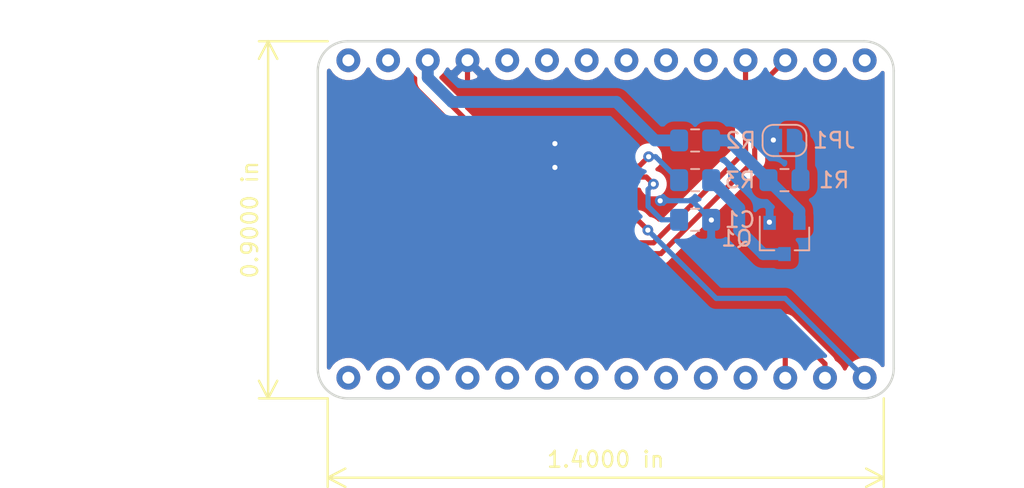
<source format=kicad_pcb>
(kicad_pcb (version 20171130) (host pcbnew 5.1.5-52549c5~84~ubuntu18.04.1)

  (general
    (thickness 1.6)
    (drawings 27)
    (tracks 88)
    (zones 0)
    (modules 8)
    (nets 37)
  )

  (page USLetter)
  (title_block
    (title "Project Title")
  )

  (layers
    (0 F.Cu signal)
    (31 B.Cu signal)
    (34 B.Paste user)
    (35 F.Paste user)
    (36 B.SilkS user)
    (37 F.SilkS user)
    (38 B.Mask user)
    (39 F.Mask user)
    (44 Edge.Cuts user)
    (46 B.CrtYd user)
    (47 F.CrtYd user)
    (48 B.Fab user)
    (49 F.Fab user hide)
  )

  (setup
    (last_trace_width 0.254)
    (user_trace_width 0.1524)
    (user_trace_width 0.254)
    (user_trace_width 0.3302)
    (user_trace_width 0.508)
    (user_trace_width 0.762)
    (user_trace_width 1.27)
    (trace_clearance 0.254)
    (zone_clearance 0.508)
    (zone_45_only no)
    (trace_min 0.1524)
    (via_size 0.6858)
    (via_drill 0.3302)
    (via_min_size 0.6858)
    (via_min_drill 0.3302)
    (user_via 0.6858 0.3302)
    (user_via 0.762 0.4064)
    (user_via 0.8636 0.508)
    (uvia_size 0.6858)
    (uvia_drill 0.3302)
    (uvias_allowed no)
    (uvia_min_size 0)
    (uvia_min_drill 0)
    (edge_width 0.1524)
    (segment_width 0.1524)
    (pcb_text_width 0.1524)
    (pcb_text_size 1.016 1.016)
    (mod_edge_width 0.1524)
    (mod_text_size 1.016 1.016)
    (mod_text_width 0.1524)
    (pad_size 1.524 1.524)
    (pad_drill 0.762)
    (pad_to_mask_clearance 0.0762)
    (solder_mask_min_width 0.1016)
    (pad_to_paste_clearance -0.0762)
    (aux_axis_origin 0 0)
    (visible_elements FFFFDF7D)
    (pcbplotparams
      (layerselection 0x310fc_80000001)
      (usegerberextensions true)
      (usegerberattributes false)
      (usegerberadvancedattributes false)
      (creategerberjobfile false)
      (excludeedgelayer true)
      (linewidth 0.100000)
      (plotframeref false)
      (viasonmask false)
      (mode 1)
      (useauxorigin false)
      (hpglpennumber 1)
      (hpglpenspeed 20)
      (hpglpendiameter 15.000000)
      (psnegative false)
      (psa4output false)
      (plotreference true)
      (plotvalue true)
      (plotinvisibletext false)
      (padsonsilk false)
      (subtractmaskfromsilk false)
      (outputformat 1)
      (mirror false)
      (drillshape 0)
      (scaleselection 1)
      (outputdirectory "gerbers"))
  )

  (net 0 "")
  (net 1 "Net-(C1-Pad1)")
  (net 2 GND)
  (net 3 VCC)
  (net 4 /BLK)
  (net 5 "Net-(Q1-Pad2)")
  (net 6 "Net-(Q1-Pad3)")
  (net 7 /LEDK)
  (net 8 "Net-(U1-Pad1)")
  (net 9 "Net-(U1-Pad2)")
  (net 10 "Net-(U1-Pad9)")
  (net 11 /A0)
  (net 12 /AREF)
  (net 13 /A1)
  (net 14 /A2)
  (net 15 /A3)
  (net 16 /A4)
  (net 17 /A5)
  (net 18 /D0)
  (net 19 /D2)
  (net 20 /A6)
  (net 21 /D4)
  (net 22 /D3)
  (net 23 /D5)
  (net 24 /D1)
  (net 25 /D6)
  (net 26 /D11-SDA)
  (net 27 /D14-TX)
  (net 28 /D7)
  (net 29 /5V)
  (net 30 /D12-SCL)
  (net 31 /RESET)
  (net 32 /D8-MOSI)
  (net 33 /D9-SCK)
  (net 34 /D10-MISO)
  (net 35 VIN)
  (net 36 /D13-RX)

  (net_class Default "This is the default net class."
    (clearance 0.254)
    (trace_width 0.254)
    (via_dia 0.6858)
    (via_drill 0.3302)
    (uvia_dia 0.6858)
    (uvia_drill 0.3302)
    (add_net /5V)
    (add_net /A0)
    (add_net /A1)
    (add_net /A2)
    (add_net /A3)
    (add_net /A4)
    (add_net /A5)
    (add_net /A6)
    (add_net /AREF)
    (add_net /BLK)
    (add_net /D0)
    (add_net /D1)
    (add_net /D10-MISO)
    (add_net /D11-SDA)
    (add_net /D12-SCL)
    (add_net /D13-RX)
    (add_net /D14-TX)
    (add_net /D2)
    (add_net /D3)
    (add_net /D4)
    (add_net /D5)
    (add_net /D6)
    (add_net /D7)
    (add_net /D8-MOSI)
    (add_net /D9-SCK)
    (add_net /LEDK)
    (add_net /RESET)
    (add_net GND)
    (add_net "Net-(C1-Pad1)")
    (add_net "Net-(Q1-Pad2)")
    (add_net "Net-(Q1-Pad3)")
    (add_net "Net-(U1-Pad1)")
    (add_net "Net-(U1-Pad2)")
    (add_net "Net-(U1-Pad9)")
    (add_net VCC)
    (add_net VIN)
  )

  (module Capacitor_SMD:C_0805_2012Metric_Pad1.15x1.40mm_HandSolder (layer B.Cu) (tedit 5B36C52B) (tstamp 5DAD40B2)
    (at 149.225 96.52)
    (descr "Capacitor SMD 0805 (2012 Metric), square (rectangular) end terminal, IPC_7351 nominal with elongated pad for handsoldering. (Body size source: https://docs.google.com/spreadsheets/d/1BsfQQcO9C6DZCsRaXUlFlo91Tg2WpOkGARC1WS5S8t0/edit?usp=sharing), generated with kicad-footprint-generator")
    (tags "capacitor handsolder")
    (path /5CE8903B)
    (attr smd)
    (fp_text reference C1 (at 2.8702 0) (layer B.SilkS)
      (effects (font (size 1 1) (thickness 0.15)) (justify mirror))
    )
    (fp_text value 1uF (at 0 -1.65) (layer B.Fab) hide
      (effects (font (size 1 1) (thickness 0.15)) (justify mirror))
    )
    (fp_line (start -1 -0.6) (end -1 0.6) (layer B.Fab) (width 0.1))
    (fp_line (start -1 0.6) (end 1 0.6) (layer B.Fab) (width 0.1))
    (fp_line (start 1 0.6) (end 1 -0.6) (layer B.Fab) (width 0.1))
    (fp_line (start 1 -0.6) (end -1 -0.6) (layer B.Fab) (width 0.1))
    (fp_line (start -0.261252 0.71) (end 0.261252 0.71) (layer B.SilkS) (width 0.12))
    (fp_line (start -0.261252 -0.71) (end 0.261252 -0.71) (layer B.SilkS) (width 0.12))
    (fp_line (start -1.85 -0.95) (end -1.85 0.95) (layer B.CrtYd) (width 0.05))
    (fp_line (start -1.85 0.95) (end 1.85 0.95) (layer B.CrtYd) (width 0.05))
    (fp_line (start 1.85 0.95) (end 1.85 -0.95) (layer B.CrtYd) (width 0.05))
    (fp_line (start 1.85 -0.95) (end -1.85 -0.95) (layer B.CrtYd) (width 0.05))
    (fp_text user %R (at 0 0) (layer B.Fab) hide
      (effects (font (size 0.5 0.5) (thickness 0.08)) (justify mirror))
    )
    (pad 1 smd roundrect (at -1.025 0) (size 1.15 1.4) (layers B.Cu B.Paste B.Mask) (roundrect_rratio 0.217391)
      (net 1 "Net-(C1-Pad1)"))
    (pad 2 smd roundrect (at 1.025 0) (size 1.15 1.4) (layers B.Cu B.Paste B.Mask) (roundrect_rratio 0.217391)
      (net 2 GND))
    (model ${KISYS3DMOD}/Capacitor_SMD.3dshapes/C_0805_2012Metric.wrl
      (at (xyz 0 0 0))
      (scale (xyz 1 1 1))
      (rotate (xyz 0 0 0))
    )
  )

  (module Arduino:MKR-1000-1010 (layer F.Cu) (tedit 5DACDA37) (tstamp 5DAD3055)
    (at 143.560001 96.469999 90)
    (path /5DC4D595)
    (fp_text reference J1 (at 0 -40.64 90) (layer F.Fab)
      (effects (font (size 1 1) (thickness 0.15)))
    )
    (fp_text value MKR-1000_1010 (at 0 32.385 90) (layer F.Fab)
      (effects (font (size 1 1) (thickness 0.15)))
    )
    (fp_line (start -12.5 24.13) (end -12.5 -37.37) (layer F.Fab) (width 0.12))
    (fp_line (start -12.5 24.13) (end 12.5 24.13) (layer F.Fab) (width 0.12))
    (fp_line (start -12.5 -37.37) (end 12.5 -37.37) (layer F.Fab) (width 0.12))
    (fp_line (start 12.5 24.13) (end 12.5 -37.37) (layer F.Fab) (width 0.12))
    (fp_poly (pts (xy -6.35 26.67) (xy 6.35 26.67) (xy 6.35 6.35) (xy -6.35 6.35)) (layer F.Fab) (width 0.1))
    (fp_poly (pts (xy -3.175 -38.735) (xy -3.175 -36.195) (xy 3.175 -36.195) (xy 3.175 -38.735)) (layer F.Fab) (width 0.1))
    (fp_poly (pts (xy -13.97 -25.4) (xy -11.43 -25.4) (xy -11.43 -31.75) (xy -13.97 -31.75)) (layer F.Fab) (width 0.1))
    (fp_poly (pts (xy 11.43 -25.4) (xy 13.97 -25.4) (xy 13.97 -31.75) (xy 11.43 -31.75)) (layer F.Fab) (width 0.1))
    (pad 2 thru_hole circle (at -10.16 -13.97 180) (size 1.524 1.524) (drill 0.762) (layers *.Cu *.Mask)
      (net 11 /A0))
    (pad 1 thru_hole circle (at -10.16 -16.51 180) (size 1.524 1.524) (drill 0.762) (layers *.Cu *.Mask)
      (net 12 /AREF))
    (pad 3 thru_hole circle (at -10.16 -11.43 180) (size 1.524 1.524) (drill 0.762) (layers *.Cu *.Mask)
      (net 13 /A1))
    (pad 4 thru_hole circle (at -10.16 -8.89 180) (size 1.524 1.524) (drill 0.762) (layers *.Cu *.Mask)
      (net 14 /A2))
    (pad 5 thru_hole circle (at -10.16 -6.35 180) (size 1.524 1.524) (drill 0.762) (layers *.Cu *.Mask)
      (net 15 /A3))
    (pad 6 thru_hole circle (at -10.16 -3.81 270) (size 1.524 1.524) (drill 0.762) (layers *.Cu *.Mask)
      (net 16 /A4))
    (pad 7 thru_hole circle (at -10.16 -1.27 180) (size 1.524 1.524) (drill 0.762) (layers *.Cu *.Mask)
      (net 17 /A5))
    (pad 9 thru_hole circle (at -10.16 3.81 180) (size 1.524 1.524) (drill 0.762) (layers *.Cu *.Mask)
      (net 18 /D0))
    (pad 11 thru_hole circle (at -10.16 8.89 180) (size 1.524 1.524) (drill 0.762) (layers *.Cu *.Mask)
      (net 19 /D2))
    (pad 8 thru_hole circle (at -10.16 1.27 180) (size 1.524 1.524) (drill 0.762) (layers *.Cu *.Mask)
      (net 20 /A6))
    (pad 13 thru_hole circle (at -10.16 13.97 270) (size 1.524 1.524) (drill 0.762) (layers *.Cu *.Mask)
      (net 21 /D4))
    (pad 12 thru_hole circle (at -10.16 11.43 180) (size 1.524 1.524) (drill 0.762) (layers *.Cu *.Mask)
      (net 22 /D3))
    (pad 14 thru_hole circle (at -10.16 16.51 180) (size 1.524 1.524) (drill 0.762) (layers *.Cu *.Mask)
      (net 23 /D5))
    (pad 10 thru_hole circle (at -10.16 6.35 180) (size 1.524 1.524) (drill 0.762) (layers *.Cu *.Mask)
      (net 24 /D1))
    (pad 15 thru_hole circle (at 10.16 16.51 180) (size 1.524 1.524) (drill 0.762) (layers *.Cu *.Mask)
      (net 25 /D6))
    (pad 20 thru_hole circle (at 10.16 3.81 180) (size 1.524 1.524) (drill 0.762) (layers *.Cu *.Mask)
      (net 26 /D11-SDA))
    (pad 23 thru_hole circle (at 10.16 -3.81 270) (size 1.524 1.524) (drill 0.762) (layers *.Cu *.Mask)
      (net 27 /D14-TX))
    (pad 16 thru_hole circle (at 10.16 13.97 270) (size 1.524 1.524) (drill 0.762) (layers *.Cu *.Mask)
      (net 28 /D7))
    (pad 28 thru_hole circle (at 10.16 -16.51 180) (size 1.524 1.524) (drill 0.762) (layers *.Cu *.Mask)
      (net 29 /5V))
    (pad 21 thru_hole circle (at 10.16 1.27 180) (size 1.524 1.524) (drill 0.762) (layers *.Cu *.Mask)
      (net 30 /D12-SCL))
    (pad 26 thru_hole circle (at 10.16 -11.43 180) (size 1.524 1.524) (drill 0.762) (layers *.Cu *.Mask)
      (net 3 VCC))
    (pad 24 thru_hole circle (at 10.16 -6.35 180) (size 1.524 1.524) (drill 0.762) (layers *.Cu *.Mask)
      (net 31 /RESET))
    (pad 17 thru_hole circle (at 10.16 11.43 180) (size 1.524 1.524) (drill 0.762) (layers *.Cu *.Mask)
      (net 32 /D8-MOSI))
    (pad 18 thru_hole circle (at 10.16 8.89 180) (size 1.524 1.524) (drill 0.762) (layers *.Cu *.Mask)
      (net 33 /D9-SCK))
    (pad 19 thru_hole circle (at 10.16 6.35 180) (size 1.524 1.524) (drill 0.762) (layers *.Cu *.Mask)
      (net 34 /D10-MISO))
    (pad 25 thru_hole circle (at 10.16 -8.89 180) (size 1.524 1.524) (drill 0.762) (layers *.Cu *.Mask)
      (net 2 GND))
    (pad 27 thru_hole circle (at 10.16 -13.97 180) (size 1.524 1.524) (drill 0.762) (layers *.Cu *.Mask)
      (net 35 VIN))
    (pad 22 thru_hole circle (at 10.16 -1.27 180) (size 1.524 1.524) (drill 0.762) (layers *.Cu *.Mask)
      (net 36 /D13-RX))
  )

  (module Jumper:SolderJumper-2_P1.3mm_Open_RoundedPad1.0x1.5mm (layer B.Cu) (tedit 5B391E66) (tstamp 5DAD418F)
    (at 154.94 91.44 180)
    (descr "SMD Solder Jumper, 1x1.5mm, rounded Pads, 0.3mm gap, open")
    (tags "solder jumper open")
    (path /5DB34C51)
    (attr virtual)
    (fp_text reference JP1 (at -3.175 0) (layer B.SilkS)
      (effects (font (size 1 1) (thickness 0.15)) (justify mirror))
    )
    (fp_text value BLK_GND (at 0 -1.9) (layer B.Fab) hide
      (effects (font (size 1 1) (thickness 0.15)) (justify mirror))
    )
    (fp_arc (start 0.7 0.3) (end 1.4 0.3) (angle 90) (layer B.SilkS) (width 0.12))
    (fp_arc (start 0.7 -0.3) (end 0.7 -1) (angle 90) (layer B.SilkS) (width 0.12))
    (fp_arc (start -0.7 -0.3) (end -1.4 -0.3) (angle 90) (layer B.SilkS) (width 0.12))
    (fp_arc (start -0.7 0.3) (end -0.7 1) (angle 90) (layer B.SilkS) (width 0.12))
    (fp_line (start -1.4 -0.3) (end -1.4 0.3) (layer B.SilkS) (width 0.12))
    (fp_line (start 0.7 -1) (end -0.7 -1) (layer B.SilkS) (width 0.12))
    (fp_line (start 1.4 0.3) (end 1.4 -0.3) (layer B.SilkS) (width 0.12))
    (fp_line (start -0.7 1) (end 0.7 1) (layer B.SilkS) (width 0.12))
    (fp_line (start -1.65 1.25) (end 1.65 1.25) (layer B.CrtYd) (width 0.05))
    (fp_line (start -1.65 1.25) (end -1.65 -1.25) (layer B.CrtYd) (width 0.05))
    (fp_line (start 1.65 -1.25) (end 1.65 1.25) (layer B.CrtYd) (width 0.05))
    (fp_line (start 1.65 -1.25) (end -1.65 -1.25) (layer B.CrtYd) (width 0.05))
    (pad 1 smd custom (at -0.65 0 180) (size 1 0.5) (layers B.Cu B.Mask)
      (net 4 /BLK) (zone_connect 2)
      (options (clearance outline) (anchor rect))
      (primitives
        (gr_circle (center 0 -0.25) (end 0.5 -0.25) (width 0))
        (gr_circle (center 0 0.25) (end 0.5 0.25) (width 0))
        (gr_poly (pts
           (xy 0 0.75) (xy 0.5 0.75) (xy 0.5 -0.75) (xy 0 -0.75)) (width 0))
      ))
    (pad 2 smd custom (at 0.65 0 180) (size 1 0.5) (layers B.Cu B.Mask)
      (net 2 GND) (zone_connect 2)
      (options (clearance outline) (anchor rect))
      (primitives
        (gr_circle (center 0 -0.25) (end 0.5 -0.25) (width 0))
        (gr_circle (center 0 0.25) (end 0.5 0.25) (width 0))
        (gr_poly (pts
           (xy 0 0.75) (xy -0.5 0.75) (xy -0.5 -0.75) (xy 0 -0.75)) (width 0))
      ))
  )

  (module Package_TO_SOT_SMD:SOT-23 (layer B.Cu) (tedit 5A02FF57) (tstamp 5DAD307C)
    (at 154.94 97.7138 270)
    (descr "SOT-23, Standard")
    (tags SOT-23)
    (path /5CE7D6CD)
    (attr smd)
    (fp_text reference Q1 (at 0 3.048 180) (layer B.SilkS)
      (effects (font (size 1 1) (thickness 0.15)) (justify mirror))
    )
    (fp_text value S8050 (at 0 -2.5 90) (layer B.Fab) hide
      (effects (font (size 1 1) (thickness 0.15)) (justify mirror))
    )
    (fp_text user %R (at 0 0 180) (layer B.Fab) hide
      (effects (font (size 0.5 0.5) (thickness 0.075)) (justify mirror))
    )
    (fp_line (start -0.7 0.95) (end -0.7 -1.5) (layer B.Fab) (width 0.1))
    (fp_line (start -0.15 1.52) (end 0.7 1.52) (layer B.Fab) (width 0.1))
    (fp_line (start -0.7 0.95) (end -0.15 1.52) (layer B.Fab) (width 0.1))
    (fp_line (start 0.7 1.52) (end 0.7 -1.52) (layer B.Fab) (width 0.1))
    (fp_line (start -0.7 -1.52) (end 0.7 -1.52) (layer B.Fab) (width 0.1))
    (fp_line (start 0.76 -1.58) (end 0.76 -0.65) (layer B.SilkS) (width 0.12))
    (fp_line (start 0.76 1.58) (end 0.76 0.65) (layer B.SilkS) (width 0.12))
    (fp_line (start -1.7 1.75) (end 1.7 1.75) (layer B.CrtYd) (width 0.05))
    (fp_line (start 1.7 1.75) (end 1.7 -1.75) (layer B.CrtYd) (width 0.05))
    (fp_line (start 1.7 -1.75) (end -1.7 -1.75) (layer B.CrtYd) (width 0.05))
    (fp_line (start -1.7 -1.75) (end -1.7 1.75) (layer B.CrtYd) (width 0.05))
    (fp_line (start 0.76 1.58) (end -1.4 1.58) (layer B.SilkS) (width 0.12))
    (fp_line (start 0.76 -1.58) (end -0.7 -1.58) (layer B.SilkS) (width 0.12))
    (pad 1 smd rect (at -1 0.95 270) (size 0.9 0.8) (layers B.Cu B.Paste B.Mask)
      (net 2 GND))
    (pad 2 smd rect (at -1 -0.95 270) (size 0.9 0.8) (layers B.Cu B.Paste B.Mask)
      (net 5 "Net-(Q1-Pad2)"))
    (pad 3 smd rect (at 1 0 270) (size 0.9 0.8) (layers B.Cu B.Paste B.Mask)
      (net 6 "Net-(Q1-Pad3)"))
    (model ${KISYS3DMOD}/Package_TO_SOT_SMD.3dshapes/SOT-23.wrl
      (at (xyz 0 0 0))
      (scale (xyz 1 1 1))
      (rotate (xyz 0 0 0))
    )
  )

  (module Resistor_SMD:R_0805_2012Metric_Pad1.15x1.40mm_HandSolder (layer B.Cu) (tedit 5B36C52B) (tstamp 5DAD308D)
    (at 154.94 93.98)
    (descr "Resistor SMD 0805 (2012 Metric), square (rectangular) end terminal, IPC_7351 nominal with elongated pad for handsoldering. (Body size source: https://docs.google.com/spreadsheets/d/1BsfQQcO9C6DZCsRaXUlFlo91Tg2WpOkGARC1WS5S8t0/edit?usp=sharing), generated with kicad-footprint-generator")
    (tags "resistor handsolder")
    (path /5CE7DDEC)
    (attr smd)
    (fp_text reference R1 (at 3.175 0) (layer B.SilkS)
      (effects (font (size 1 1) (thickness 0.15)) (justify mirror))
    )
    (fp_text value 1k (at 0 -1.65) (layer B.Fab) hide
      (effects (font (size 1 1) (thickness 0.15)) (justify mirror))
    )
    (fp_line (start -1 -0.6) (end -1 0.6) (layer B.Fab) (width 0.1))
    (fp_line (start -1 0.6) (end 1 0.6) (layer B.Fab) (width 0.1))
    (fp_line (start 1 0.6) (end 1 -0.6) (layer B.Fab) (width 0.1))
    (fp_line (start 1 -0.6) (end -1 -0.6) (layer B.Fab) (width 0.1))
    (fp_line (start -0.261252 0.71) (end 0.261252 0.71) (layer B.SilkS) (width 0.12))
    (fp_line (start -0.261252 -0.71) (end 0.261252 -0.71) (layer B.SilkS) (width 0.12))
    (fp_line (start -1.85 -0.95) (end -1.85 0.95) (layer B.CrtYd) (width 0.05))
    (fp_line (start -1.85 0.95) (end 1.85 0.95) (layer B.CrtYd) (width 0.05))
    (fp_line (start 1.85 0.95) (end 1.85 -0.95) (layer B.CrtYd) (width 0.05))
    (fp_line (start 1.85 -0.95) (end -1.85 -0.95) (layer B.CrtYd) (width 0.05))
    (fp_text user %R (at 0 0) (layer B.Fab) hide
      (effects (font (size 0.5 0.5) (thickness 0.08)) (justify mirror))
    )
    (pad 1 smd roundrect (at -1.025 0) (size 1.15 1.4) (layers B.Cu B.Paste B.Mask) (roundrect_rratio 0.217391)
      (net 5 "Net-(Q1-Pad2)"))
    (pad 2 smd roundrect (at 1.025 0) (size 1.15 1.4) (layers B.Cu B.Paste B.Mask) (roundrect_rratio 0.217391)
      (net 4 /BLK))
    (model ${KISYS3DMOD}/Resistor_SMD.3dshapes/R_0805_2012Metric.wrl
      (at (xyz 0 0 0))
      (scale (xyz 1 1 1))
      (rotate (xyz 0 0 0))
    )
  )

  (module Resistor_SMD:R_0805_2012Metric_Pad1.15x1.40mm_HandSolder (layer B.Cu) (tedit 5B36C52B) (tstamp 5DAD309E)
    (at 149.225 91.44 180)
    (descr "Resistor SMD 0805 (2012 Metric), square (rectangular) end terminal, IPC_7351 nominal with elongated pad for handsoldering. (Body size source: https://docs.google.com/spreadsheets/d/1BsfQQcO9C6DZCsRaXUlFlo91Tg2WpOkGARC1WS5S8t0/edit?usp=sharing), generated with kicad-footprint-generator")
    (tags "resistor handsolder")
    (path /5CE7FBA5)
    (attr smd)
    (fp_text reference R2 (at -2.921 0) (layer B.SilkS)
      (effects (font (size 1 1) (thickness 0.15)) (justify mirror))
    )
    (fp_text value 10k (at 0 -1.65) (layer B.Fab) hide
      (effects (font (size 1 1) (thickness 0.15)) (justify mirror))
    )
    (fp_text user %R (at 0 0) (layer B.Fab) hide
      (effects (font (size 0.5 0.5) (thickness 0.08)) (justify mirror))
    )
    (fp_line (start 1.85 -0.95) (end -1.85 -0.95) (layer B.CrtYd) (width 0.05))
    (fp_line (start 1.85 0.95) (end 1.85 -0.95) (layer B.CrtYd) (width 0.05))
    (fp_line (start -1.85 0.95) (end 1.85 0.95) (layer B.CrtYd) (width 0.05))
    (fp_line (start -1.85 -0.95) (end -1.85 0.95) (layer B.CrtYd) (width 0.05))
    (fp_line (start -0.261252 -0.71) (end 0.261252 -0.71) (layer B.SilkS) (width 0.12))
    (fp_line (start -0.261252 0.71) (end 0.261252 0.71) (layer B.SilkS) (width 0.12))
    (fp_line (start 1 -0.6) (end -1 -0.6) (layer B.Fab) (width 0.1))
    (fp_line (start 1 0.6) (end 1 -0.6) (layer B.Fab) (width 0.1))
    (fp_line (start -1 0.6) (end 1 0.6) (layer B.Fab) (width 0.1))
    (fp_line (start -1 -0.6) (end -1 0.6) (layer B.Fab) (width 0.1))
    (pad 2 smd roundrect (at 1.025 0 180) (size 1.15 1.4) (layers B.Cu B.Paste B.Mask) (roundrect_rratio 0.217391)
      (net 3 VCC))
    (pad 1 smd roundrect (at -1.025 0 180) (size 1.15 1.4) (layers B.Cu B.Paste B.Mask) (roundrect_rratio 0.217391)
      (net 5 "Net-(Q1-Pad2)"))
    (model ${KISYS3DMOD}/Resistor_SMD.3dshapes/R_0805_2012Metric.wrl
      (at (xyz 0 0 0))
      (scale (xyz 1 1 1))
      (rotate (xyz 0 0 0))
    )
  )

  (module Resistor_SMD:R_0805_2012Metric_Pad1.15x1.40mm_HandSolder (layer B.Cu) (tedit 5B36C52B) (tstamp 5DAD30AF)
    (at 149.225 93.98)
    (descr "Resistor SMD 0805 (2012 Metric), square (rectangular) end terminal, IPC_7351 nominal with elongated pad for handsoldering. (Body size source: https://docs.google.com/spreadsheets/d/1BsfQQcO9C6DZCsRaXUlFlo91Tg2WpOkGARC1WS5S8t0/edit?usp=sharing), generated with kicad-footprint-generator")
    (tags "resistor handsolder")
    (path /5CE7E014)
    (attr smd)
    (fp_text reference R3 (at 2.8702 0) (layer B.SilkS)
      (effects (font (size 1 1) (thickness 0.15)) (justify mirror))
    )
    (fp_text value 10ohm (at 0 -1.65) (layer B.Fab) hide
      (effects (font (size 1 1) (thickness 0.15)) (justify mirror))
    )
    (fp_line (start -1 -0.6) (end -1 0.6) (layer B.Fab) (width 0.1))
    (fp_line (start -1 0.6) (end 1 0.6) (layer B.Fab) (width 0.1))
    (fp_line (start 1 0.6) (end 1 -0.6) (layer B.Fab) (width 0.1))
    (fp_line (start 1 -0.6) (end -1 -0.6) (layer B.Fab) (width 0.1))
    (fp_line (start -0.261252 0.71) (end 0.261252 0.71) (layer B.SilkS) (width 0.12))
    (fp_line (start -0.261252 -0.71) (end 0.261252 -0.71) (layer B.SilkS) (width 0.12))
    (fp_line (start -1.85 -0.95) (end -1.85 0.95) (layer B.CrtYd) (width 0.05))
    (fp_line (start -1.85 0.95) (end 1.85 0.95) (layer B.CrtYd) (width 0.05))
    (fp_line (start 1.85 0.95) (end 1.85 -0.95) (layer B.CrtYd) (width 0.05))
    (fp_line (start 1.85 -0.95) (end -1.85 -0.95) (layer B.CrtYd) (width 0.05))
    (fp_text user %R (at 0 0) (layer B.Fab) hide
      (effects (font (size 0.5 0.5) (thickness 0.08)) (justify mirror))
    )
    (pad 1 smd roundrect (at -1.025 0) (size 1.15 1.4) (layers B.Cu B.Paste B.Mask) (roundrect_rratio 0.217391)
      (net 7 /LEDK))
    (pad 2 smd roundrect (at 1.025 0) (size 1.15 1.4) (layers B.Cu B.Paste B.Mask) (roundrect_rratio 0.217391)
      (net 6 "Net-(Q1-Pad3)"))
    (model ${KISYS3DMOD}/Resistor_SMD.3dshapes/R_0805_2012Metric.wrl
      (at (xyz 0 0 0))
      (scale (xyz 1 1 1))
      (rotate (xyz 0 0 0))
    )
  )

  (module tft-shield:TFT_0.96_SPI (layer F.Cu) (tedit 5D044D2A) (tstamp 5DAD30D4)
    (at 143.51 95.885 90)
    (path /5CE71487)
    (fp_text reference U1 (at 0 3.937 90) (layer F.Fab)
      (effects (font (size 1 1) (thickness 0.15)))
    )
    (fp_text value TFT_0.9680*160 (at 0 -5.969 90) (layer F.Fab)
      (effects (font (size 1 1) (thickness 0.15)))
    )
    (fp_arc (start -5.5245 6.096) (end -4.5085 6.096) (angle -90) (layer F.Fab) (width 0.12))
    (fp_arc (start -3.4925 12.2555) (end -4.5085 12.2555) (angle -90) (layer F.Fab) (width 0.12))
    (fp_arc (start 3.429 12.2555) (end 3.429 13.2715) (angle -90) (layer F.Fab) (width 0.12))
    (fp_arc (start 5.461 6.1595) (end 5.461 5.1435) (angle -90) (layer F.Fab) (width 0.12))
    (fp_arc (start 5.334 4.1275) (end 5.334 5.1435) (angle -90) (layer F.Fab) (width 0.12))
    (fp_arc (start 5.334 -0.635) (end 6.35 -0.635) (angle -90) (layer F.Fab) (width 0.12))
    (fp_arc (start -5.334 -0.635) (end -5.334 -1.651) (angle -90) (layer F.Fab) (width 0.12))
    (fp_arc (start -5.334 4.064) (end -6.35 4.064) (angle -90) (layer F.Fab) (width 0.12))
    (fp_line (start 6.35 4.1275) (end 6.35 -0.635) (layer F.Fab) (width 0.12))
    (fp_line (start 4.445 12.2555) (end 4.445 6.1595) (layer F.Fab) (width 0.12))
    (fp_line (start -3.4925 13.2715) (end 3.429 13.2715) (layer F.Fab) (width 0.12))
    (fp_line (start -4.5085 6.096) (end -4.5085 12.2555) (layer F.Fab) (width 0.12))
    (fp_line (start -6.35 -0.635) (end -6.35 4.064) (layer F.Fab) (width 0.12))
    (fp_line (start 5.334 -1.651) (end -5.334 -1.651) (layer F.Fab) (width 0.12))
    (fp_line (start 6.7755 13.6525) (end 6.7755 -15.0475) (layer F.Fab) (width 0.12))
    (fp_line (start 6.7755 13.6525) (end -6.7945 13.6525) (layer F.Fab) (width 0.12))
    (fp_line (start -6.7945 -15.0495) (end 6.7755 -15.0495) (layer F.Fab) (width 0.12))
    (fp_line (start -6.7945 -15.0495) (end -6.7945 13.6505) (layer F.Fab) (width 0.12))
    (fp_text user 1 (at -4.7625 2.0955 90) (layer F.Fab)
      (effects (font (size 0.8 0.8) (thickness 0.15)))
    )
    (fp_text user 13 (at 5.1435 2.0955 90) (layer F.Fab)
      (effects (font (size 0.8 0.8) (thickness 0.15)))
    )
    (pad 10 smd rect (at 2.1 0 90) (size 0.4 2.4) (layers F.Cu F.Paste F.Mask)
      (net 1 "Net-(C1-Pad1)"))
    (pad 12 smd rect (at 3.5 0 90) (size 0.4 2.4) (layers F.Cu F.Paste F.Mask)
      (net 3 VCC))
    (pad 9 smd rect (at 1.4 0 90) (size 0.4 2.4) (layers F.Cu F.Paste F.Mask)
      (net 10 "Net-(U1-Pad9)"))
    (pad 8 smd rect (at 0.7 0 90) (size 0.4 2.4) (layers F.Cu F.Paste F.Mask)
      (net 2 GND))
    (pad 11 smd rect (at 2.8 0 90) (size 0.4 2.4) (layers F.Cu F.Paste F.Mask)
      (net 7 /LEDK))
    (pad 6 smd rect (at -0.7 0 90) (size 0.4 2.4) (layers F.Cu F.Paste F.Mask)
      (net 23 /D5))
    (pad 5 smd rect (at -1.4 0 90) (size 0.4 2.4) (layers F.Cu F.Paste F.Mask)
      (net 21 /D4))
    (pad 4 smd rect (at -2.1 0 90) (size 0.4 2.4) (layers F.Cu F.Paste F.Mask)
      (net 33 /D9-SCK))
    (pad 3 smd rect (at -2.8 0 90) (size 0.4 2.4) (layers F.Cu F.Paste F.Mask)
      (net 32 /D8-MOSI))
    (pad 7 smd rect (at 0 0 90) (size 0.4 2.4) (layers F.Cu F.Paste F.Mask)
      (net 22 /D3))
    (pad 2 smd rect (at -3.5 0 90) (size 0.4 2.4) (layers F.Cu F.Paste F.Mask)
      (net 9 "Net-(U1-Pad2)"))
    (pad 13 smd rect (at 4.2 0 90) (size 0.4 2.4) (layers F.Cu F.Paste F.Mask)
      (net 2 GND))
    (pad 1 smd rect (at -4.2 0 90) (size 0.4 2.4) (layers F.Cu F.Paste F.Mask)
      (net 8 "Net-(U1-Pad1)"))
    (model "${KISYS3DMOD}/Display.3dshapes/0.96 - IPS LCD - No Glass - Reverse Mount.stp"
      (offset (xyz 0 1.38 2.25))
      (scale (xyz 1 1 1))
      (rotate (xyz 0 0 -90))
    )
  )

  (dimension 22.86 (width 0.1524) (layer F.SilkS)
    (gr_text "22.860 mm" (at 120.5992 96.52 90) (layer F.SilkS)
      (effects (font (size 1.016 1.016) (thickness 0.1524)))
    )
    (feature1 (pts (xy 125.73 85.09) (xy 121.333579 85.09)))
    (feature2 (pts (xy 125.73 107.95) (xy 121.333579 107.95)))
    (crossbar (pts (xy 121.92 107.95) (xy 121.92 85.09)))
    (arrow1a (pts (xy 121.92 85.09) (xy 122.506421 86.216504)))
    (arrow1b (pts (xy 121.92 85.09) (xy 121.333579 86.216504)))
    (arrow2a (pts (xy 121.92 107.95) (xy 122.506421 106.823496)))
    (arrow2b (pts (xy 121.92 107.95) (xy 121.333579 106.823496)))
  )
  (dimension 35.56 (width 0.1524) (layer F.SilkS)
    (gr_text "35.560 mm" (at 143.51 114.3508) (layer F.SilkS)
      (effects (font (size 1.016 1.016) (thickness 0.1524)))
    )
    (feature1 (pts (xy 125.73 107.95) (xy 125.73 113.616421)))
    (feature2 (pts (xy 161.29 107.95) (xy 161.29 113.616421)))
    (crossbar (pts (xy 161.29 113.03) (xy 125.73 113.03)))
    (arrow1a (pts (xy 125.73 113.03) (xy 126.856504 112.443579)))
    (arrow1b (pts (xy 125.73 113.03) (xy 126.856504 113.616421)))
    (arrow2a (pts (xy 161.29 113.03) (xy 160.163496 112.443579)))
    (arrow2b (pts (xy 161.29 113.03) (xy 160.163496 113.616421)))
  )
  (gr_arc (start 160.02 106.045) (end 160.02 107.95) (angle -90) (layer Edge.Cuts) (width 0.1524) (tstamp 5DAD39A6))
  (gr_arc (start 127 106.045) (end 125.095 106.045) (angle -90) (layer Edge.Cuts) (width 0.1524) (tstamp 5DAD39A3))
  (gr_arc (start 127 86.995) (end 127 85.09) (angle -90) (layer Edge.Cuts) (width 0.1524) (tstamp 5DAD39A0))
  (gr_arc (start 160.02 86.995) (end 161.925 86.995) (angle -90) (layer Edge.Cuts) (width 0.1524))
  (gr_line (start 161.925 86.995) (end 161.925 106.045) (layer Edge.Cuts) (width 0.1524) (tstamp 5DAD3913))
  (gr_line (start 127 85.09) (end 160.02 85.09) (layer Edge.Cuts) (width 0.1524))
  (gr_line (start 125.095 106.045) (end 125.095 86.995) (layer Edge.Cuts) (width 0.1524))
  (gr_line (start 160.02 107.95) (end 127 107.95) (layer Edge.Cuts) (width 0.1524))
  (gr_circle (center 117.348 76.962) (end 118.618 76.962) (layer Dwgs.User) (width 0.15))
  (gr_line (start 114.427 78.994) (end 114.427 74.93) (angle 90) (layer Dwgs.User) (width 0.15))
  (gr_line (start 120.269 78.994) (end 114.427 78.994) (angle 90) (layer Dwgs.User) (width 0.15))
  (gr_line (start 120.269 74.93) (end 120.269 78.994) (angle 90) (layer Dwgs.User) (width 0.15))
  (gr_line (start 114.427 74.93) (end 120.269 74.93) (angle 90) (layer Dwgs.User) (width 0.15))
  (gr_line (start 120.523 93.98) (end 104.648 93.98) (angle 90) (layer Dwgs.User) (width 0.15))
  (gr_line (start 173.355 102.235) (end 173.355 94.615) (angle 90) (layer Dwgs.User) (width 0.15))
  (gr_line (start 178.435 102.235) (end 173.355 102.235) (angle 90) (layer Dwgs.User) (width 0.15))
  (gr_line (start 178.435 94.615) (end 178.435 102.235) (angle 90) (layer Dwgs.User) (width 0.15))
  (gr_line (start 173.355 94.615) (end 178.435 94.615) (angle 90) (layer Dwgs.User) (width 0.15))
  (gr_line (start 109.093 123.19) (end 109.093 114.3) (angle 90) (layer Dwgs.User) (width 0.15))
  (gr_line (start 122.428 123.19) (end 109.093 123.19) (angle 90) (layer Dwgs.User) (width 0.15))
  (gr_line (start 122.428 114.3) (end 122.428 123.19) (angle 90) (layer Dwgs.User) (width 0.15))
  (gr_line (start 109.093 114.3) (end 122.428 114.3) (angle 90) (layer Dwgs.User) (width 0.15))
  (gr_line (start 104.648 93.98) (end 104.648 82.55) (angle 90) (layer Dwgs.User) (width 0.15))
  (gr_line (start 120.523 82.55) (end 120.523 93.98) (angle 90) (layer Dwgs.User) (width 0.15))
  (gr_line (start 104.648 82.55) (end 120.523 82.55) (angle 90) (layer Dwgs.User) (width 0.15))

  (via (at 146.558002 94.234) (size 0.6858) (drill 0.3302) (layers F.Cu B.Cu) (net 1))
  (segment (start 143.51 93.785) (end 146.109002 93.785) (width 0.3302) (layer F.Cu) (net 1))
  (segment (start 146.215103 95.653865) (end 146.215103 94.576899) (width 0.3302) (layer B.Cu) (net 1))
  (segment (start 146.215103 94.576899) (end 146.558002 94.234) (width 0.3302) (layer B.Cu) (net 1))
  (segment (start 147.081238 96.52) (end 146.215103 95.653865) (width 0.3302) (layer B.Cu) (net 1))
  (segment (start 148.2 96.52) (end 147.081238 96.52) (width 0.3302) (layer B.Cu) (net 1))
  (segment (start 146.215103 93.891101) (end 146.558002 94.234) (width 0.3302) (layer F.Cu) (net 1))
  (segment (start 146.109002 93.785) (end 146.215103 93.891101) (width 0.3302) (layer F.Cu) (net 1))
  (via (at 153.9748 96.6724) (size 0.6858) (drill 0.3302) (layers F.Cu B.Cu) (net 2))
  (via (at 154.2288 91.4146) (size 0.6858) (drill 0.3302) (layers F.Cu B.Cu) (net 2))
  (via (at 140.2588 93.167211) (size 0.6858) (drill 0.3302) (layers F.Cu B.Cu) (net 2))
  (segment (start 140.2588 91.6432) (end 140.2588 93.167211) (width 0.3302) (layer B.Cu) (net 2))
  (segment (start 143.51 95.185) (end 141.9798 95.185) (width 0.3302) (layer F.Cu) (net 2))
  (via (at 140.2588 91.6432) (size 0.6858) (drill 0.3302) (layers F.Cu B.Cu) (net 2))
  (segment (start 141.9798 95.185) (end 140.2588 93.464) (width 0.3302) (layer F.Cu) (net 2))
  (segment (start 140.2588 93.464) (end 140.2588 93.167211) (width 0.3302) (layer F.Cu) (net 2))
  (segment (start 143.4682 91.6432) (end 143.51 91.685) (width 0.3302) (layer F.Cu) (net 2))
  (segment (start 140.2588 91.6432) (end 143.4682 91.6432) (width 0.3302) (layer F.Cu) (net 2))
  (segment (start 146.874 95.185) (end 146.9898 95.3008) (width 0.3302) (layer F.Cu) (net 2))
  (segment (start 143.51 95.185) (end 146.874 95.185) (width 0.3302) (layer F.Cu) (net 2))
  (via (at 146.9898 95.3008) (size 0.6858) (drill 0.3302) (layers F.Cu B.Cu) (net 2))
  (segment (start 146.9898 95.3008) (end 149.0308 95.3008) (width 0.3302) (layer B.Cu) (net 2))
  (segment (start 149.0308 95.3008) (end 149.920724 96.190724) (width 0.3302) (layer B.Cu) (net 2))
  (segment (start 149.920724 96.190724) (end 150.263623 96.533623) (width 0.3302) (layer B.Cu) (net 2))
  (segment (start 150.25 96.52) (end 150.263623 96.533623) (width 0.3302) (layer B.Cu) (net 2))
  (via (at 150.263623 96.533623) (size 0.6858) (drill 0.3302) (layers F.Cu B.Cu) (net 2))
  (segment (start 134.670001 89.331001) (end 134.670001 86.309999) (width 0.3302) (layer F.Cu) (net 2))
  (segment (start 140.2588 91.6432) (end 136.9822 91.6432) (width 0.3302) (layer F.Cu) (net 2))
  (segment (start 136.9822 91.6432) (end 134.670001 89.331001) (width 0.3302) (layer F.Cu) (net 2))
  (segment (start 132.130001 87.680001) (end 132.130001 86.309999) (width 0.3302) (layer F.Cu) (net 3))
  (segment (start 141.959599 92.405201) (end 136.855201 92.405201) (width 0.3302) (layer F.Cu) (net 3))
  (segment (start 136.855201 92.405201) (end 132.130001 87.680001) (width 0.3302) (layer F.Cu) (net 3))
  (segment (start 143.51 92.385) (end 141.9798 92.385) (width 0.3302) (layer F.Cu) (net 3))
  (segment (start 141.9798 92.385) (end 141.959599 92.405201) (width 0.3302) (layer F.Cu) (net 3))
  (segment (start 132.130001 87.426001) (end 132.130001 86.309999) (width 0.762) (layer B.Cu) (net 3))
  (segment (start 144.1958 88.9762) (end 133.6802 88.9762) (width 0.762) (layer B.Cu) (net 3))
  (segment (start 148.2 91.44) (end 146.6596 91.44) (width 0.762) (layer B.Cu) (net 3))
  (segment (start 133.6802 88.9762) (end 132.130001 87.426001) (width 0.762) (layer B.Cu) (net 3))
  (segment (start 146.6596 91.44) (end 144.1958 88.9762) (width 0.762) (layer B.Cu) (net 3))
  (segment (start 156.0068 93.9382) (end 155.965 93.98) (width 0.762) (layer B.Cu) (net 4))
  (segment (start 155.59 91.44) (end 156.0068 91.8568) (width 0.762) (layer B.Cu) (net 4))
  (segment (start 156.0068 91.8568) (end 156.0068 93.9382) (width 0.762) (layer B.Cu) (net 4))
  (segment (start 151.375 91.44) (end 153.915 93.98) (width 0.762) (layer B.Cu) (net 5))
  (segment (start 150.25 91.44) (end 151.375 91.44) (width 0.762) (layer B.Cu) (net 5))
  (segment (start 155.89 95.955) (end 153.915 93.98) (width 0.762) (layer B.Cu) (net 5))
  (segment (start 155.89 96.7138) (end 155.89 95.955) (width 0.762) (layer B.Cu) (net 5))
  (segment (start 153.5778 98.7138) (end 154.94 98.7138) (width 0.762) (layer B.Cu) (net 6))
  (segment (start 152.0444 97.1804) (end 153.5778 98.7138) (width 0.762) (layer B.Cu) (net 6))
  (segment (start 150.25 93.98) (end 152.0444 95.7744) (width 0.762) (layer B.Cu) (net 6))
  (segment (start 152.0444 95.7744) (end 152.0444 97.1804) (width 0.762) (layer B.Cu) (net 6))
  (via (at 146.2532 92.4814) (size 0.6858) (drill 0.3302) (layers F.Cu B.Cu) (net 7))
  (segment (start 145.6496 93.085) (end 145.910301 92.824299) (width 0.3302) (layer F.Cu) (net 7))
  (segment (start 145.910301 92.824299) (end 146.2532 92.4814) (width 0.3302) (layer F.Cu) (net 7))
  (segment (start 143.51 93.085) (end 145.6496 93.085) (width 0.3302) (layer F.Cu) (net 7))
  (segment (start 146.7014 92.4814) (end 146.2532 92.4814) (width 0.3302) (layer B.Cu) (net 7))
  (segment (start 148.2 93.98) (end 146.7014 92.4814) (width 0.3302) (layer B.Cu) (net 7))
  (segment (start 157.530001 105.739401) (end 157.530001 106.629999) (width 0.3302) (layer F.Cu) (net 21))
  (segment (start 141.9798 97.285) (end 140.7668 98.498) (width 0.3302) (layer F.Cu) (net 21))
  (segment (start 143.51 97.285) (end 141.9798 97.285) (width 0.3302) (layer F.Cu) (net 21))
  (segment (start 140.7668 98.498) (end 140.7668 100.3808) (width 0.3302) (layer F.Cu) (net 21))
  (segment (start 140.7668 100.3808) (end 143.6116 103.2256) (width 0.3302) (layer F.Cu) (net 21))
  (segment (start 143.6116 103.2256) (end 155.0162 103.2256) (width 0.3302) (layer F.Cu) (net 21))
  (segment (start 155.0162 103.2256) (end 157.530001 105.739401) (width 0.3302) (layer F.Cu) (net 21))
  (segment (start 141.224 95.885) (end 143.51 95.885) (width 0.3302) (layer F.Cu) (net 22))
  (segment (start 154.990001 106.629999) (end 154.990001 104.926601) (width 0.3302) (layer F.Cu) (net 22))
  (segment (start 154.990001 104.926601) (end 154.051 103.9876) (width 0.3302) (layer F.Cu) (net 22))
  (segment (start 154.051 103.9876) (end 143.2052 103.9876) (width 0.3302) (layer F.Cu) (net 22))
  (segment (start 143.2052 103.9876) (end 139.9286 100.711) (width 0.3302) (layer F.Cu) (net 22))
  (segment (start 139.9286 100.711) (end 139.9286 97.1804) (width 0.3302) (layer F.Cu) (net 22))
  (segment (start 139.9286 97.1804) (end 141.224 95.885) (width 0.3302) (layer F.Cu) (net 22))
  (segment (start 143.51 96.585) (end 145.607 96.585) (width 0.3302) (layer F.Cu) (net 23))
  (segment (start 145.607 96.585) (end 145.859501 96.837501) (width 0.3302) (layer F.Cu) (net 23))
  (segment (start 160.070001 106.629999) (end 154.989202 101.5492) (width 0.3302) (layer B.Cu) (net 23))
  (segment (start 150.5712 101.5492) (end 146.545299 97.523299) (width 0.3302) (layer B.Cu) (net 23))
  (segment (start 154.989202 101.5492) (end 150.5712 101.5492) (width 0.3302) (layer B.Cu) (net 23))
  (via (at 146.2024 97.1804) (size 0.6858) (drill 0.3302) (layers F.Cu B.Cu) (net 23))
  (segment (start 146.545299 97.523299) (end 146.2024 97.1804) (width 0.3302) (layer B.Cu) (net 23))
  (segment (start 145.859501 96.837501) (end 146.2024 97.1804) (width 0.3302) (layer F.Cu) (net 23))
  (segment (start 145.0402 98.685) (end 143.51 98.685) (width 0.3302) (layer F.Cu) (net 32))
  (segment (start 147.0346 98.685) (end 145.0402 98.685) (width 0.3302) (layer F.Cu) (net 32))
  (segment (start 153.035 92.6846) (end 147.0346 98.685) (width 0.3302) (layer F.Cu) (net 32))
  (segment (start 154.990001 86.309999) (end 153.035 88.265) (width 0.3302) (layer F.Cu) (net 32))
  (segment (start 153.035 88.265) (end 153.035 92.6846) (width 0.3302) (layer F.Cu) (net 32))
  (segment (start 152.450001 92.111363) (end 146.568162 97.993202) (width 0.3302) (layer F.Cu) (net 33))
  (segment (start 145.0402 97.985) (end 143.51 97.985) (width 0.3302) (layer F.Cu) (net 33))
  (segment (start 146.568162 97.993202) (end 145.048402 97.993202) (width 0.3302) (layer F.Cu) (net 33))
  (segment (start 145.048402 97.993202) (end 145.0402 97.985) (width 0.3302) (layer F.Cu) (net 33))
  (segment (start 152.450001 86.309999) (end 152.450001 92.111363) (width 0.3302) (layer F.Cu) (net 33))

  (zone (net 2) (net_name GND) (layer F.Cu) (tstamp 0) (hatch edge 0.508)
    (connect_pads (clearance 0.508))
    (min_thickness 0.254)
    (fill yes (arc_segments 32) (thermal_gap 0.508) (thermal_bridge_width 0.508))
    (polygon
      (pts
        (xy 161.925 109.22) (xy 124.46 109.22) (xy 124.46 84.455) (xy 161.925 84.455)
      )
    )
    (filled_polygon
      (pts
        (xy 130.891996 86.971726) (xy 131.044881 87.200534) (xy 131.239466 87.395119) (xy 131.329901 87.455546) (xy 131.329901 87.640708)
        (xy 131.326031 87.680001) (xy 131.329901 87.719294) (xy 131.329901 87.719303) (xy 131.341478 87.836847) (xy 131.387229 87.987666)
        (xy 131.38723 87.987667) (xy 131.461524 88.126663) (xy 131.518027 88.195511) (xy 131.561508 88.248494) (xy 131.59204 88.273551)
        (xy 136.261656 92.943168) (xy 136.286708 92.973694) (xy 136.317234 92.998746) (xy 136.317236 92.998748) (xy 136.408538 93.073678)
        (xy 136.462609 93.102579) (xy 136.547535 93.147973) (xy 136.698354 93.193724) (xy 136.815898 93.205301) (xy 136.815908 93.205301)
        (xy 136.855201 93.209171) (xy 136.894494 93.205301) (xy 141.671928 93.205301) (xy 141.671928 93.285) (xy 141.684188 93.409482)
        (xy 141.691929 93.435) (xy 141.684188 93.460518) (xy 141.671928 93.585) (xy 141.671928 93.985) (xy 141.684188 94.109482)
        (xy 141.691929 94.135) (xy 141.684188 94.160518) (xy 141.671928 94.285) (xy 141.671928 94.685) (xy 141.684188 94.809482)
        (xy 141.691718 94.834306) (xy 141.685525 94.853979) (xy 141.675 94.95325) (xy 141.779748 95.057998) (xy 141.675 95.057998)
        (xy 141.675 95.0849) (xy 141.263292 95.0849) (xy 141.223999 95.08103) (xy 141.184706 95.0849) (xy 141.184697 95.0849)
        (xy 141.067153 95.096477) (xy 140.916334 95.142228) (xy 140.856294 95.17432) (xy 140.777337 95.216523) (xy 140.70669 95.274502)
        (xy 140.655507 95.316507) (xy 140.630455 95.347033) (xy 139.390634 96.586855) (xy 139.360108 96.611907) (xy 139.335056 96.642433)
        (xy 139.335053 96.642436) (xy 139.260123 96.733738) (xy 139.204662 96.8375) (xy 139.185829 96.872734) (xy 139.140079 97.023552)
        (xy 139.140078 97.023554) (xy 139.12463 97.1804) (xy 139.128501 97.219703) (xy 139.1285 100.671707) (xy 139.12463 100.711)
        (xy 139.1285 100.750293) (xy 139.1285 100.750302) (xy 139.140077 100.867846) (xy 139.185828 101.018665) (xy 139.220412 101.083367)
        (xy 139.260123 101.157662) (xy 139.282371 101.184771) (xy 139.360107 101.279493) (xy 139.390639 101.30455) (xy 142.611655 104.525567)
        (xy 142.636707 104.556093) (xy 142.667233 104.581145) (xy 142.667235 104.581147) (xy 142.758537 104.656077) (xy 142.832832 104.695788)
        (xy 142.897534 104.730372) (xy 143.048353 104.776123) (xy 143.165897 104.7877) (xy 143.165906 104.7877) (xy 143.205199 104.79157)
        (xy 143.244492 104.7877) (xy 153.719589 104.7877) (xy 154.189902 105.258014) (xy 154.189902 105.484452) (xy 154.099466 105.544879)
        (xy 153.904881 105.739464) (xy 153.751996 105.968272) (xy 153.720001 106.045514) (xy 153.688006 105.968272) (xy 153.535121 105.739464)
        (xy 153.340536 105.544879) (xy 153.111728 105.391994) (xy 152.857491 105.286685) (xy 152.587593 105.232999) (xy 152.312409 105.232999)
        (xy 152.042511 105.286685) (xy 151.788274 105.391994) (xy 151.559466 105.544879) (xy 151.364881 105.739464) (xy 151.211996 105.968272)
        (xy 151.180001 106.045514) (xy 151.148006 105.968272) (xy 150.995121 105.739464) (xy 150.800536 105.544879) (xy 150.571728 105.391994)
        (xy 150.317491 105.286685) (xy 150.047593 105.232999) (xy 149.772409 105.232999) (xy 149.502511 105.286685) (xy 149.248274 105.391994)
        (xy 149.019466 105.544879) (xy 148.824881 105.739464) (xy 148.671996 105.968272) (xy 148.640001 106.045514) (xy 148.608006 105.968272)
        (xy 148.455121 105.739464) (xy 148.260536 105.544879) (xy 148.031728 105.391994) (xy 147.777491 105.286685) (xy 147.507593 105.232999)
        (xy 147.232409 105.232999) (xy 146.962511 105.286685) (xy 146.708274 105.391994) (xy 146.479466 105.544879) (xy 146.284881 105.739464)
        (xy 146.131996 105.968272) (xy 146.100001 106.045514) (xy 146.068006 105.968272) (xy 145.915121 105.739464) (xy 145.720536 105.544879)
        (xy 145.491728 105.391994) (xy 145.237491 105.286685) (xy 144.967593 105.232999) (xy 144.692409 105.232999) (xy 144.422511 105.286685)
        (xy 144.168274 105.391994) (xy 143.939466 105.544879) (xy 143.744881 105.739464) (xy 143.591996 105.968272) (xy 143.560001 106.045514)
        (xy 143.528006 105.968272) (xy 143.375121 105.739464) (xy 143.180536 105.544879) (xy 142.951728 105.391994) (xy 142.697491 105.286685)
        (xy 142.427593 105.232999) (xy 142.152409 105.232999) (xy 141.882511 105.286685) (xy 141.628274 105.391994) (xy 141.399466 105.544879)
        (xy 141.204881 105.739464) (xy 141.051996 105.968272) (xy 141.020001 106.045514) (xy 140.988006 105.968272) (xy 140.835121 105.739464)
        (xy 140.640536 105.544879) (xy 140.411728 105.391994) (xy 140.157491 105.286685) (xy 139.887593 105.232999) (xy 139.612409 105.232999)
        (xy 139.342511 105.286685) (xy 139.088274 105.391994) (xy 138.859466 105.544879) (xy 138.664881 105.739464) (xy 138.511996 105.968272)
        (xy 138.480001 106.045514) (xy 138.448006 105.968272) (xy 138.295121 105.739464) (xy 138.100536 105.544879) (xy 137.871728 105.391994)
        (xy 137.617491 105.286685) (xy 137.347593 105.232999) (xy 137.072409 105.232999) (xy 136.802511 105.286685) (xy 136.548274 105.391994)
        (xy 136.319466 105.544879) (xy 136.124881 105.739464) (xy 135.971996 105.968272) (xy 135.940001 106.045514) (xy 135.908006 105.968272)
        (xy 135.755121 105.739464) (xy 135.560536 105.544879) (xy 135.331728 105.391994) (xy 135.077491 105.286685) (xy 134.807593 105.232999)
        (xy 134.532409 105.232999) (xy 134.262511 105.286685) (xy 134.008274 105.391994) (xy 133.779466 105.544879) (xy 133.584881 105.739464)
        (xy 133.431996 105.968272) (xy 133.400001 106.045514) (xy 133.368006 105.968272) (xy 133.215121 105.739464) (xy 133.020536 105.544879)
        (xy 132.791728 105.391994) (xy 132.537491 105.286685) (xy 132.267593 105.232999) (xy 131.992409 105.232999) (xy 131.722511 105.286685)
        (xy 131.468274 105.391994) (xy 131.239466 105.544879) (xy 131.044881 105.739464) (xy 130.891996 105.968272) (xy 130.860001 106.045514)
        (xy 130.828006 105.968272) (xy 130.675121 105.739464) (xy 130.480536 105.544879) (xy 130.251728 105.391994) (xy 129.997491 105.286685)
        (xy 129.727593 105.232999) (xy 129.452409 105.232999) (xy 129.182511 105.286685) (xy 128.928274 105.391994) (xy 128.699466 105.544879)
        (xy 128.504881 105.739464) (xy 128.351996 105.968272) (xy 128.320001 106.045514) (xy 128.288006 105.968272) (xy 128.135121 105.739464)
        (xy 127.940536 105.544879) (xy 127.711728 105.391994) (xy 127.457491 105.286685) (xy 127.187593 105.232999) (xy 126.912409 105.232999)
        (xy 126.642511 105.286685) (xy 126.388274 105.391994) (xy 126.159466 105.544879) (xy 125.964881 105.739464) (xy 125.811996 105.968272)
        (xy 125.8062 105.982265) (xy 125.8062 87.029785) (xy 125.811912 86.971524) (xy 125.811996 86.971726) (xy 125.964881 87.200534)
        (xy 126.159466 87.395119) (xy 126.388274 87.548004) (xy 126.642511 87.653313) (xy 126.912409 87.706999) (xy 127.187593 87.706999)
        (xy 127.457491 87.653313) (xy 127.711728 87.548004) (xy 127.940536 87.395119) (xy 128.135121 87.200534) (xy 128.288006 86.971726)
        (xy 128.320001 86.894484) (xy 128.351996 86.971726) (xy 128.504881 87.200534) (xy 128.699466 87.395119) (xy 128.928274 87.548004)
        (xy 129.182511 87.653313) (xy 129.452409 87.706999) (xy 129.727593 87.706999) (xy 129.997491 87.653313) (xy 130.251728 87.548004)
        (xy 130.480536 87.395119) (xy 130.675121 87.200534) (xy 130.828006 86.971726) (xy 130.860001 86.894484)
      )
    )
    (filled_polygon
      (pts
        (xy 158.831996 86.971726) (xy 158.984881 87.200534) (xy 159.179466 87.395119) (xy 159.408274 87.548004) (xy 159.662511 87.653313)
        (xy 159.932409 87.706999) (xy 160.207593 87.706999) (xy 160.477491 87.653313) (xy 160.731728 87.548004) (xy 160.960536 87.395119)
        (xy 161.155121 87.200534) (xy 161.2138 87.112715) (xy 161.213801 105.827285) (xy 161.155121 105.739464) (xy 160.960536 105.544879)
        (xy 160.731728 105.391994) (xy 160.477491 105.286685) (xy 160.207593 105.232999) (xy 159.932409 105.232999) (xy 159.662511 105.286685)
        (xy 159.408274 105.391994) (xy 159.179466 105.544879) (xy 158.984881 105.739464) (xy 158.831996 105.968272) (xy 158.800001 106.045514)
        (xy 158.768006 105.968272) (xy 158.615121 105.739464) (xy 158.420536 105.544879) (xy 158.278256 105.44981) (xy 158.272773 105.431735)
        (xy 158.227928 105.347836) (xy 158.198478 105.292738) (xy 158.123548 105.201435) (xy 158.123541 105.201428) (xy 158.098494 105.170908)
        (xy 158.067974 105.145861) (xy 155.609749 102.687638) (xy 155.584693 102.657107) (xy 155.462862 102.557123) (xy 155.323866 102.482828)
        (xy 155.173047 102.437077) (xy 155.055503 102.4255) (xy 155.055493 102.4255) (xy 155.0162 102.42163) (xy 154.976907 102.4255)
        (xy 143.943012 102.4255) (xy 142.440583 100.923072) (xy 144.71 100.923072) (xy 144.834482 100.910812) (xy 144.95418 100.874502)
        (xy 145.064494 100.815537) (xy 145.161185 100.736185) (xy 145.240537 100.639494) (xy 145.299502 100.52918) (xy 145.335812 100.409482)
        (xy 145.348072 100.285) (xy 145.348072 99.885) (xy 145.335812 99.760518) (xy 145.328071 99.735) (xy 145.335812 99.709482)
        (xy 145.348072 99.585) (xy 145.348072 99.4851) (xy 146.995307 99.4851) (xy 147.0346 99.48897) (xy 147.073893 99.4851)
        (xy 147.073903 99.4851) (xy 147.191447 99.473523) (xy 147.342266 99.427772) (xy 147.481262 99.353477) (xy 147.603093 99.253493)
        (xy 147.62815 99.222961) (xy 153.572967 93.278145) (xy 153.603493 93.253093) (xy 153.628547 93.222565) (xy 153.703477 93.131263)
        (xy 153.774307 92.998748) (xy 153.777772 92.992266) (xy 153.823523 92.841447) (xy 153.8351 92.723903) (xy 153.8351 92.723894)
        (xy 153.83897 92.684601) (xy 153.8351 92.645308) (xy 153.8351 88.596411) (xy 154.745732 87.68578) (xy 154.852409 87.706999)
        (xy 155.127593 87.706999) (xy 155.397491 87.653313) (xy 155.651728 87.548004) (xy 155.880536 87.395119) (xy 156.075121 87.200534)
        (xy 156.228006 86.971726) (xy 156.260001 86.894484) (xy 156.291996 86.971726) (xy 156.444881 87.200534) (xy 156.639466 87.395119)
        (xy 156.868274 87.548004) (xy 157.122511 87.653313) (xy 157.392409 87.706999) (xy 157.667593 87.706999) (xy 157.937491 87.653313)
        (xy 158.191728 87.548004) (xy 158.420536 87.395119) (xy 158.615121 87.200534) (xy 158.768006 86.971726) (xy 158.800001 86.894484)
      )
    )
    (filled_polygon
      (pts
        (xy 134.863749 86.295857) (xy 134.849606 86.309999) (xy 135.635566 87.095959) (xy 135.875657 87.028979) (xy 135.939486 86.893239)
        (xy 135.971996 86.971726) (xy 136.124881 87.200534) (xy 136.319466 87.395119) (xy 136.548274 87.548004) (xy 136.802511 87.653313)
        (xy 137.072409 87.706999) (xy 137.347593 87.706999) (xy 137.617491 87.653313) (xy 137.871728 87.548004) (xy 138.100536 87.395119)
        (xy 138.295121 87.200534) (xy 138.448006 86.971726) (xy 138.480001 86.894484) (xy 138.511996 86.971726) (xy 138.664881 87.200534)
        (xy 138.859466 87.395119) (xy 139.088274 87.548004) (xy 139.342511 87.653313) (xy 139.612409 87.706999) (xy 139.887593 87.706999)
        (xy 140.157491 87.653313) (xy 140.411728 87.548004) (xy 140.640536 87.395119) (xy 140.835121 87.200534) (xy 140.988006 86.971726)
        (xy 141.020001 86.894484) (xy 141.051996 86.971726) (xy 141.204881 87.200534) (xy 141.399466 87.395119) (xy 141.628274 87.548004)
        (xy 141.882511 87.653313) (xy 142.152409 87.706999) (xy 142.427593 87.706999) (xy 142.697491 87.653313) (xy 142.951728 87.548004)
        (xy 143.180536 87.395119) (xy 143.375121 87.200534) (xy 143.528006 86.971726) (xy 143.560001 86.894484) (xy 143.591996 86.971726)
        (xy 143.744881 87.200534) (xy 143.939466 87.395119) (xy 144.168274 87.548004) (xy 144.422511 87.653313) (xy 144.692409 87.706999)
        (xy 144.967593 87.706999) (xy 145.237491 87.653313) (xy 145.491728 87.548004) (xy 145.720536 87.395119) (xy 145.915121 87.200534)
        (xy 146.068006 86.971726) (xy 146.100001 86.894484) (xy 146.131996 86.971726) (xy 146.284881 87.200534) (xy 146.479466 87.395119)
        (xy 146.708274 87.548004) (xy 146.962511 87.653313) (xy 147.232409 87.706999) (xy 147.507593 87.706999) (xy 147.777491 87.653313)
        (xy 148.031728 87.548004) (xy 148.260536 87.395119) (xy 148.455121 87.200534) (xy 148.608006 86.971726) (xy 148.640001 86.894484)
        (xy 148.671996 86.971726) (xy 148.824881 87.200534) (xy 149.019466 87.395119) (xy 149.248274 87.548004) (xy 149.502511 87.653313)
        (xy 149.772409 87.706999) (xy 150.047593 87.706999) (xy 150.317491 87.653313) (xy 150.571728 87.548004) (xy 150.800536 87.395119)
        (xy 150.995121 87.200534) (xy 151.148006 86.971726) (xy 151.180001 86.894484) (xy 151.211996 86.971726) (xy 151.364881 87.200534)
        (xy 151.559466 87.395119) (xy 151.649901 87.455546) (xy 151.649902 91.779949) (xy 146.917406 96.512446) (xy 146.825775 96.420815)
        (xy 146.66561 96.313796) (xy 146.487643 96.24008) (xy 146.370238 96.216727) (xy 146.20055 96.047039) (xy 146.175493 96.016507)
        (xy 146.053662 95.916523) (xy 145.914666 95.842228) (xy 145.763847 95.796477) (xy 145.646303 95.7849) (xy 145.646293 95.7849)
        (xy 145.607 95.78103) (xy 145.567707 95.7849) (xy 145.348072 95.7849) (xy 145.348072 95.685) (xy 145.335812 95.560518)
        (xy 145.328282 95.535694) (xy 145.334475 95.516021) (xy 145.345 95.41675) (xy 145.18625 95.258) (xy 145.181033 95.258)
        (xy 145.161185 95.233815) (xy 145.101704 95.185) (xy 145.161185 95.136185) (xy 145.181033 95.112) (xy 145.18625 95.112)
        (xy 145.345 94.95325) (xy 145.334475 94.853979) (xy 145.328282 94.834306) (xy 145.335812 94.809482) (xy 145.348072 94.685)
        (xy 145.348072 94.5851) (xy 145.644961 94.5851) (xy 145.691398 94.69721) (xy 145.798417 94.857375) (xy 145.934627 94.993585)
        (xy 146.094792 95.100604) (xy 146.272759 95.17432) (xy 146.461687 95.2119) (xy 146.654317 95.2119) (xy 146.843245 95.17432)
        (xy 147.021212 95.100604) (xy 147.181377 94.993585) (xy 147.317587 94.857375) (xy 147.424606 94.69721) (xy 147.498322 94.519243)
        (xy 147.535902 94.330315) (xy 147.535902 94.137685) (xy 147.498322 93.948757) (xy 147.424606 93.77079) (xy 147.317587 93.610625)
        (xy 147.181377 93.474415) (xy 147.021212 93.367396) (xy 146.843245 93.29368) (xy 146.808157 93.286701) (xy 146.876575 93.240985)
        (xy 147.012785 93.104775) (xy 147.119804 92.94461) (xy 147.19352 92.766643) (xy 147.2311 92.577715) (xy 147.2311 92.385085)
        (xy 147.19352 92.196157) (xy 147.119804 92.01819) (xy 147.012785 91.858025) (xy 146.876575 91.721815) (xy 146.71641 91.614796)
        (xy 146.538443 91.54108) (xy 146.349515 91.5035) (xy 146.156885 91.5035) (xy 145.967957 91.54108) (xy 145.78999 91.614796)
        (xy 145.629825 91.721815) (xy 145.493615 91.858025) (xy 145.386596 92.01819) (xy 145.342199 92.125373) (xy 145.335812 92.060518)
        (xy 145.328282 92.035694) (xy 145.334475 92.016021) (xy 145.345 91.91675) (xy 145.18625 91.758) (xy 145.181033 91.758)
        (xy 145.161185 91.733815) (xy 145.064494 91.654463) (xy 144.985053 91.612) (xy 145.18625 91.612) (xy 145.345 91.45325)
        (xy 145.334475 91.353979) (xy 145.296915 91.234667) (xy 145.2368 91.124976) (xy 145.156441 91.02912) (xy 145.058925 90.950783)
        (xy 144.948 90.892976) (xy 144.827928 90.85792) (xy 144.703325 90.846963) (xy 143.79575 90.85) (xy 143.637 91.00875)
        (xy 143.637 91.546928) (xy 143.383 91.546928) (xy 143.383 91.00875) (xy 143.22425 90.85) (xy 142.316675 90.846963)
        (xy 142.192072 90.85792) (xy 142.072 90.892976) (xy 141.961075 90.950783) (xy 141.863559 91.02912) (xy 141.7832 91.124976)
        (xy 141.723085 91.234667) (xy 141.685525 91.353979) (xy 141.675 91.45325) (xy 141.779748 91.557998) (xy 141.675 91.557998)
        (xy 141.675 91.605101) (xy 137.186613 91.605101) (xy 132.994216 87.412705) (xy 133.020536 87.395119) (xy 133.140091 87.275564)
        (xy 133.884041 87.275564) (xy 133.951021 87.515655) (xy 134.200049 87.632755) (xy 134.467136 87.699022) (xy 134.742018 87.711909)
        (xy 135.014134 87.670921) (xy 135.273024 87.577635) (xy 135.388981 87.515655) (xy 135.455961 87.275564) (xy 134.670001 86.489604)
        (xy 133.884041 87.275564) (xy 133.140091 87.275564) (xy 133.215121 87.200534) (xy 133.368006 86.971726) (xy 133.397693 86.900056)
        (xy 133.402365 86.913022) (xy 133.464345 87.028979) (xy 133.704436 87.095959) (xy 134.490396 86.309999) (xy 134.476254 86.295857)
        (xy 134.655859 86.116252) (xy 134.670001 86.130394) (xy 134.684144 86.116252)
      )
    )
  )
  (zone (net 2) (net_name GND) (layer B.Cu) (tstamp 5DAD46A6) (hatch edge 0.508)
    (connect_pads (clearance 0.508))
    (min_thickness 0.254)
    (fill yes (arc_segments 32) (thermal_gap 0.508) (thermal_bridge_width 0.508))
    (polygon
      (pts
        (xy 161.925 109.22) (xy 124.46 109.22) (xy 124.46 84.455) (xy 161.925 84.455)
      )
    )
    (filled_polygon
      (pts
        (xy 130.891996 86.971726) (xy 131.044881 87.200534) (xy 131.114001 87.269654) (xy 131.114001 87.376099) (xy 131.109086 87.426001)
        (xy 131.114001 87.475902) (xy 131.128703 87.625171) (xy 131.186799 87.816687) (xy 131.281141 87.993191) (xy 131.408105 88.147897)
        (xy 131.446873 88.179713) (xy 132.926492 89.659333) (xy 132.958304 89.698096) (xy 133.11301 89.82506) (xy 133.289513 89.919402)
        (xy 133.422932 89.959874) (xy 133.481028 89.977498) (xy 133.500377 89.979404) (xy 133.630298 89.9922) (xy 133.630305 89.9922)
        (xy 133.680199 89.997114) (xy 133.730093 89.9922) (xy 143.77496 89.9922) (xy 145.5672 91.78444) (xy 145.493615 91.858025)
        (xy 145.386596 92.01819) (xy 145.31288 92.196157) (xy 145.2753 92.385085) (xy 145.2753 92.577715) (xy 145.31288 92.766643)
        (xy 145.386596 92.94461) (xy 145.493615 93.104775) (xy 145.629825 93.240985) (xy 145.78999 93.348004) (xy 145.967957 93.42172)
        (xy 146.003045 93.428699) (xy 145.934627 93.474415) (xy 145.798417 93.610625) (xy 145.691398 93.77079) (xy 145.617682 93.948757)
        (xy 145.592767 94.074015) (xy 145.546626 94.130237) (xy 145.472332 94.269233) (xy 145.426581 94.420053) (xy 145.411133 94.576899)
        (xy 145.415004 94.616201) (xy 145.415003 95.614572) (xy 145.411133 95.653865) (xy 145.415003 95.693158) (xy 145.415003 95.693167)
        (xy 145.42658 95.810711) (xy 145.472331 95.96153) (xy 145.472332 95.961531) (xy 145.546626 96.100527) (xy 145.578461 96.139318)
        (xy 145.64661 96.222358) (xy 145.677141 96.247414) (xy 145.742254 96.312527) (xy 145.73919 96.313796) (xy 145.579025 96.420815)
        (xy 145.442815 96.557025) (xy 145.335796 96.71719) (xy 145.26208 96.895157) (xy 145.2245 97.084085) (xy 145.2245 97.276715)
        (xy 145.26208 97.465643) (xy 145.335796 97.64361) (xy 145.442815 97.803775) (xy 145.579025 97.939985) (xy 145.73919 98.047004)
        (xy 145.917157 98.12072) (xy 146.034562 98.144073) (xy 149.977655 102.087167) (xy 150.002707 102.117693) (xy 150.033233 102.142745)
        (xy 150.033235 102.142747) (xy 150.124537 102.217677) (xy 150.198832 102.257388) (xy 150.263534 102.291972) (xy 150.414353 102.337723)
        (xy 150.531897 102.3493) (xy 150.531907 102.3493) (xy 150.5712 102.35317) (xy 150.610493 102.3493) (xy 154.657791 102.3493)
        (xy 157.541489 105.232999) (xy 157.392409 105.232999) (xy 157.122511 105.286685) (xy 156.868274 105.391994) (xy 156.639466 105.544879)
        (xy 156.444881 105.739464) (xy 156.291996 105.968272) (xy 156.260001 106.045514) (xy 156.228006 105.968272) (xy 156.075121 105.739464)
        (xy 155.880536 105.544879) (xy 155.651728 105.391994) (xy 155.397491 105.286685) (xy 155.127593 105.232999) (xy 154.852409 105.232999)
        (xy 154.582511 105.286685) (xy 154.328274 105.391994) (xy 154.099466 105.544879) (xy 153.904881 105.739464) (xy 153.751996 105.968272)
        (xy 153.720001 106.045514) (xy 153.688006 105.968272) (xy 153.535121 105.739464) (xy 153.340536 105.544879) (xy 153.111728 105.391994)
        (xy 152.857491 105.286685) (xy 152.587593 105.232999) (xy 152.312409 105.232999) (xy 152.042511 105.286685) (xy 151.788274 105.391994)
        (xy 151.559466 105.544879) (xy 151.364881 105.739464) (xy 151.211996 105.968272) (xy 151.180001 106.045514) (xy 151.148006 105.968272)
        (xy 150.995121 105.739464) (xy 150.800536 105.544879) (xy 150.571728 105.391994) (xy 150.317491 105.286685) (xy 150.047593 105.232999)
        (xy 149.772409 105.232999) (xy 149.502511 105.286685) (xy 149.248274 105.391994) (xy 149.019466 105.544879) (xy 148.824881 105.739464)
        (xy 148.671996 105.968272) (xy 148.640001 106.045514) (xy 148.608006 105.968272) (xy 148.455121 105.739464) (xy 148.260536 105.544879)
        (xy 148.031728 105.391994) (xy 147.777491 105.286685) (xy 147.507593 105.232999) (xy 147.232409 105.232999) (xy 146.962511 105.286685)
        (xy 146.708274 105.391994) (xy 146.479466 105.544879) (xy 146.284881 105.739464) (xy 146.131996 105.968272) (xy 146.100001 106.045514)
        (xy 146.068006 105.968272) (xy 145.915121 105.739464) (xy 145.720536 105.544879) (xy 145.491728 105.391994) (xy 145.237491 105.286685)
        (xy 144.967593 105.232999) (xy 144.692409 105.232999) (xy 144.422511 105.286685) (xy 144.168274 105.391994) (xy 143.939466 105.544879)
        (xy 143.744881 105.739464) (xy 143.591996 105.968272) (xy 143.560001 106.045514) (xy 143.528006 105.968272) (xy 143.375121 105.739464)
        (xy 143.180536 105.544879) (xy 142.951728 105.391994) (xy 142.697491 105.286685) (xy 142.427593 105.232999) (xy 142.152409 105.232999)
        (xy 141.882511 105.286685) (xy 141.628274 105.391994) (xy 141.399466 105.544879) (xy 141.204881 105.739464) (xy 141.051996 105.968272)
        (xy 141.020001 106.045514) (xy 140.988006 105.968272) (xy 140.835121 105.739464) (xy 140.640536 105.544879) (xy 140.411728 105.391994)
        (xy 140.157491 105.286685) (xy 139.887593 105.232999) (xy 139.612409 105.232999) (xy 139.342511 105.286685) (xy 139.088274 105.391994)
        (xy 138.859466 105.544879) (xy 138.664881 105.739464) (xy 138.511996 105.968272) (xy 138.480001 106.045514) (xy 138.448006 105.968272)
        (xy 138.295121 105.739464) (xy 138.100536 105.544879) (xy 137.871728 105.391994) (xy 137.617491 105.286685) (xy 137.347593 105.232999)
        (xy 137.072409 105.232999) (xy 136.802511 105.286685) (xy 136.548274 105.391994) (xy 136.319466 105.544879) (xy 136.124881 105.739464)
        (xy 135.971996 105.968272) (xy 135.940001 106.045514) (xy 135.908006 105.968272) (xy 135.755121 105.739464) (xy 135.560536 105.544879)
        (xy 135.331728 105.391994) (xy 135.077491 105.286685) (xy 134.807593 105.232999) (xy 134.532409 105.232999) (xy 134.262511 105.286685)
        (xy 134.008274 105.391994) (xy 133.779466 105.544879) (xy 133.584881 105.739464) (xy 133.431996 105.968272) (xy 133.400001 106.045514)
        (xy 133.368006 105.968272) (xy 133.215121 105.739464) (xy 133.020536 105.544879) (xy 132.791728 105.391994) (xy 132.537491 105.286685)
        (xy 132.267593 105.232999) (xy 131.992409 105.232999) (xy 131.722511 105.286685) (xy 131.468274 105.391994) (xy 131.239466 105.544879)
        (xy 131.044881 105.739464) (xy 130.891996 105.968272) (xy 130.860001 106.045514) (xy 130.828006 105.968272) (xy 130.675121 105.739464)
        (xy 130.480536 105.544879) (xy 130.251728 105.391994) (xy 129.997491 105.286685) (xy 129.727593 105.232999) (xy 129.452409 105.232999)
        (xy 129.182511 105.286685) (xy 128.928274 105.391994) (xy 128.699466 105.544879) (xy 128.504881 105.739464) (xy 128.351996 105.968272)
        (xy 128.320001 106.045514) (xy 128.288006 105.968272) (xy 128.135121 105.739464) (xy 127.940536 105.544879) (xy 127.711728 105.391994)
        (xy 127.457491 105.286685) (xy 127.187593 105.232999) (xy 126.912409 105.232999) (xy 126.642511 105.286685) (xy 126.388274 105.391994)
        (xy 126.159466 105.544879) (xy 125.964881 105.739464) (xy 125.811996 105.968272) (xy 125.8062 105.982265) (xy 125.8062 87.029785)
        (xy 125.811912 86.971524) (xy 125.811996 86.971726) (xy 125.964881 87.200534) (xy 126.159466 87.395119) (xy 126.388274 87.548004)
        (xy 126.642511 87.653313) (xy 126.912409 87.706999) (xy 127.187593 87.706999) (xy 127.457491 87.653313) (xy 127.711728 87.548004)
        (xy 127.940536 87.395119) (xy 128.135121 87.200534) (xy 128.288006 86.971726) (xy 128.320001 86.894484) (xy 128.351996 86.971726)
        (xy 128.504881 87.200534) (xy 128.699466 87.395119) (xy 128.928274 87.548004) (xy 129.182511 87.653313) (xy 129.452409 87.706999)
        (xy 129.727593 87.706999) (xy 129.997491 87.653313) (xy 130.251728 87.548004) (xy 130.480536 87.395119) (xy 130.675121 87.200534)
        (xy 130.828006 86.971726) (xy 130.860001 86.894484)
      )
    )
    (filled_polygon
      (pts
        (xy 134.863749 86.295857) (xy 134.849606 86.309999) (xy 135.635566 87.095959) (xy 135.875657 87.028979) (xy 135.939486 86.893239)
        (xy 135.971996 86.971726) (xy 136.124881 87.200534) (xy 136.319466 87.395119) (xy 136.548274 87.548004) (xy 136.802511 87.653313)
        (xy 137.072409 87.706999) (xy 137.347593 87.706999) (xy 137.617491 87.653313) (xy 137.871728 87.548004) (xy 138.100536 87.395119)
        (xy 138.295121 87.200534) (xy 138.448006 86.971726) (xy 138.480001 86.894484) (xy 138.511996 86.971726) (xy 138.664881 87.200534)
        (xy 138.859466 87.395119) (xy 139.088274 87.548004) (xy 139.342511 87.653313) (xy 139.612409 87.706999) (xy 139.887593 87.706999)
        (xy 140.157491 87.653313) (xy 140.411728 87.548004) (xy 140.640536 87.395119) (xy 140.835121 87.200534) (xy 140.988006 86.971726)
        (xy 141.020001 86.894484) (xy 141.051996 86.971726) (xy 141.204881 87.200534) (xy 141.399466 87.395119) (xy 141.628274 87.548004)
        (xy 141.882511 87.653313) (xy 142.152409 87.706999) (xy 142.427593 87.706999) (xy 142.697491 87.653313) (xy 142.951728 87.548004)
        (xy 143.180536 87.395119) (xy 143.375121 87.200534) (xy 143.528006 86.971726) (xy 143.560001 86.894484) (xy 143.591996 86.971726)
        (xy 143.744881 87.200534) (xy 143.939466 87.395119) (xy 144.168274 87.548004) (xy 144.422511 87.653313) (xy 144.692409 87.706999)
        (xy 144.967593 87.706999) (xy 145.237491 87.653313) (xy 145.491728 87.548004) (xy 145.720536 87.395119) (xy 145.915121 87.200534)
        (xy 146.068006 86.971726) (xy 146.100001 86.894484) (xy 146.131996 86.971726) (xy 146.284881 87.200534) (xy 146.479466 87.395119)
        (xy 146.708274 87.548004) (xy 146.962511 87.653313) (xy 147.232409 87.706999) (xy 147.507593 87.706999) (xy 147.777491 87.653313)
        (xy 148.031728 87.548004) (xy 148.260536 87.395119) (xy 148.455121 87.200534) (xy 148.608006 86.971726) (xy 148.640001 86.894484)
        (xy 148.671996 86.971726) (xy 148.824881 87.200534) (xy 149.019466 87.395119) (xy 149.248274 87.548004) (xy 149.502511 87.653313)
        (xy 149.772409 87.706999) (xy 150.047593 87.706999) (xy 150.317491 87.653313) (xy 150.571728 87.548004) (xy 150.800536 87.395119)
        (xy 150.995121 87.200534) (xy 151.148006 86.971726) (xy 151.180001 86.894484) (xy 151.211996 86.971726) (xy 151.364881 87.200534)
        (xy 151.559466 87.395119) (xy 151.788274 87.548004) (xy 152.042511 87.653313) (xy 152.312409 87.706999) (xy 152.587593 87.706999)
        (xy 152.857491 87.653313) (xy 153.111728 87.548004) (xy 153.340536 87.395119) (xy 153.535121 87.200534) (xy 153.688006 86.971726)
        (xy 153.720001 86.894484) (xy 153.751996 86.971726) (xy 153.904881 87.200534) (xy 154.099466 87.395119) (xy 154.328274 87.548004)
        (xy 154.582511 87.653313) (xy 154.852409 87.706999) (xy 155.127593 87.706999) (xy 155.397491 87.653313) (xy 155.651728 87.548004)
        (xy 155.880536 87.395119) (xy 156.075121 87.200534) (xy 156.228006 86.971726) (xy 156.260001 86.894484) (xy 156.291996 86.971726)
        (xy 156.444881 87.200534) (xy 156.639466 87.395119) (xy 156.868274 87.548004) (xy 157.122511 87.653313) (xy 157.392409 87.706999)
        (xy 157.667593 87.706999) (xy 157.937491 87.653313) (xy 158.191728 87.548004) (xy 158.420536 87.395119) (xy 158.615121 87.200534)
        (xy 158.768006 86.971726) (xy 158.800001 86.894484) (xy 158.831996 86.971726) (xy 158.984881 87.200534) (xy 159.179466 87.395119)
        (xy 159.408274 87.548004) (xy 159.662511 87.653313) (xy 159.932409 87.706999) (xy 160.207593 87.706999) (xy 160.477491 87.653313)
        (xy 160.731728 87.548004) (xy 160.960536 87.395119) (xy 161.155121 87.200534) (xy 161.2138 87.112715) (xy 161.213801 105.827285)
        (xy 161.155121 105.739464) (xy 160.960536 105.544879) (xy 160.731728 105.391994) (xy 160.477491 105.286685) (xy 160.207593 105.232999)
        (xy 159.932409 105.232999) (xy 159.825732 105.254218) (xy 155.582752 101.011239) (xy 155.557695 100.980707) (xy 155.435864 100.880723)
        (xy 155.296868 100.806428) (xy 155.146049 100.760677) (xy 155.028505 100.7491) (xy 155.028495 100.7491) (xy 154.989202 100.74523)
        (xy 154.949909 100.7491) (xy 150.902612 100.7491) (xy 148.011583 97.858072) (xy 148.525001 97.858072) (xy 148.698255 97.841008)
        (xy 148.864851 97.790472) (xy 149.018387 97.708405) (xy 149.152962 97.597962) (xy 149.158342 97.591406) (xy 149.223815 97.671185)
        (xy 149.320506 97.750537) (xy 149.43082 97.809502) (xy 149.550518 97.845812) (xy 149.675 97.858072) (xy 149.96425 97.855)
        (xy 150.123 97.69625) (xy 150.123 96.647) (xy 150.103 96.647) (xy 150.103 96.393) (xy 150.123 96.393)
        (xy 150.123 96.373) (xy 150.377 96.373) (xy 150.377 96.393) (xy 150.397 96.393) (xy 150.397 96.647)
        (xy 150.377 96.647) (xy 150.377 97.69625) (xy 150.53575 97.855) (xy 150.825 97.858072) (xy 150.949482 97.845812)
        (xy 151.06918 97.809502) (xy 151.179494 97.750537) (xy 151.191743 97.740484) (xy 151.195541 97.74759) (xy 151.322505 97.902296)
        (xy 151.361268 97.934108) (xy 152.824092 99.396933) (xy 152.855904 99.435696) (xy 153.01061 99.56266) (xy 153.187113 99.657002)
        (xy 153.378629 99.715098) (xy 153.577799 99.734715) (xy 153.627701 99.7298) (xy 154.251852 99.7298) (xy 154.29582 99.753302)
        (xy 154.415518 99.789612) (xy 154.54 99.801872) (xy 155.34 99.801872) (xy 155.464482 99.789612) (xy 155.58418 99.753302)
        (xy 155.694494 99.694337) (xy 155.791185 99.614985) (xy 155.870537 99.518294) (xy 155.929502 99.40798) (xy 155.965812 99.288282)
        (xy 155.978072 99.1638) (xy 155.978072 98.2638) (xy 155.965812 98.139318) (xy 155.929502 98.01962) (xy 155.870537 97.909306)
        (xy 155.791185 97.812615) (xy 155.778095 97.801872) (xy 156.29 97.801872) (xy 156.414482 97.789612) (xy 156.53418 97.753302)
        (xy 156.644494 97.694337) (xy 156.741185 97.614985) (xy 156.820537 97.518294) (xy 156.879502 97.40798) (xy 156.915812 97.288282)
        (xy 156.928072 97.1638) (xy 156.928072 96.2638) (xy 156.915812 96.139318) (xy 156.906 96.106972) (xy 156.906 96.004902)
        (xy 156.910915 95.955) (xy 156.891298 95.755829) (xy 156.833202 95.564313) (xy 156.797233 95.497019) (xy 156.73886 95.38781)
        (xy 156.626887 95.251371) (xy 156.629851 95.250472) (xy 156.783387 95.168405) (xy 156.917962 95.057962) (xy 157.028405 94.923387)
        (xy 157.110472 94.769851) (xy 157.161008 94.603255) (xy 157.178072 94.430001) (xy 157.178072 93.529999) (xy 157.161008 93.356745)
        (xy 157.110472 93.190149) (xy 157.028405 93.036613) (xy 157.0228 93.029783) (xy 157.0228 91.906693) (xy 157.027714 91.856799)
        (xy 157.0228 91.806905) (xy 157.0228 91.806898) (xy 157.008098 91.657629) (xy 156.950002 91.466113) (xy 156.85566 91.28961)
        (xy 156.728696 91.134904) (xy 156.724745 91.131662) (xy 156.713404 91.01651) (xy 156.694282 90.920377) (xy 156.657973 90.800681)
        (xy 156.620464 90.710125) (xy 156.561498 90.599808) (xy 156.507042 90.518309) (xy 156.42769 90.421618) (xy 156.358382 90.35231)
        (xy 156.261691 90.272958) (xy 156.180192 90.218502) (xy 156.069875 90.159536) (xy 155.979319 90.122027) (xy 155.859623 90.085718)
        (xy 155.76349 90.066596) (xy 155.639009 90.054336) (xy 155.61445 90.054336) (xy 155.59 90.051928) (xy 155.09 90.051928)
        (xy 154.965518 90.064188) (xy 154.84582 90.100498) (xy 154.735506 90.159463) (xy 154.638815 90.238815) (xy 154.559463 90.335506)
        (xy 154.500498 90.44582) (xy 154.464188 90.565518) (xy 154.451928 90.69) (xy 154.451928 92.19) (xy 154.464188 92.314482)
        (xy 154.500498 92.43418) (xy 154.559463 92.544494) (xy 154.638815 92.641185) (xy 154.735506 92.720537) (xy 154.84582 92.779502)
        (xy 154.965518 92.815812) (xy 154.9908 92.818302) (xy 154.990801 92.927916) (xy 154.94 92.989816) (xy 154.867962 92.902038)
        (xy 154.733387 92.791595) (xy 154.579851 92.709528) (xy 154.413255 92.658992) (xy 154.240001 92.641928) (xy 154.013769 92.641928)
        (xy 152.128712 90.756872) (xy 152.096896 90.718104) (xy 151.94219 90.59114) (xy 151.765687 90.496798) (xy 151.574171 90.438702)
        (xy 151.424902 90.424) (xy 151.375 90.419085) (xy 151.325098 90.424) (xy 151.253813 90.424) (xy 151.202962 90.362038)
        (xy 151.068387 90.251595) (xy 150.914851 90.169528) (xy 150.748255 90.118992) (xy 150.575001 90.101928) (xy 149.924999 90.101928)
        (xy 149.751745 90.118992) (xy 149.585149 90.169528) (xy 149.431613 90.251595) (xy 149.297038 90.362038) (xy 149.225 90.449816)
        (xy 149.152962 90.362038) (xy 149.018387 90.251595) (xy 148.864851 90.169528) (xy 148.698255 90.118992) (xy 148.525001 90.101928)
        (xy 147.874999 90.101928) (xy 147.701745 90.118992) (xy 147.535149 90.169528) (xy 147.381613 90.251595) (xy 147.247038 90.362038)
        (xy 147.196187 90.424) (xy 147.080441 90.424) (xy 144.949512 88.293072) (xy 144.917696 88.254304) (xy 144.76299 88.12734)
        (xy 144.586487 88.032998) (xy 144.394971 87.974902) (xy 144.245702 87.9602) (xy 144.1958 87.955285) (xy 144.145898 87.9602)
        (xy 134.101041 87.9602) (xy 133.416405 87.275564) (xy 133.884041 87.275564) (xy 133.951021 87.515655) (xy 134.200049 87.632755)
        (xy 134.467136 87.699022) (xy 134.742018 87.711909) (xy 135.014134 87.670921) (xy 135.273024 87.577635) (xy 135.388981 87.515655)
        (xy 135.455961 87.275564) (xy 134.670001 86.489604) (xy 133.884041 87.275564) (xy 133.416405 87.275564) (xy 133.265691 87.124851)
        (xy 133.368006 86.971726) (xy 133.397693 86.900056) (xy 133.402365 86.913022) (xy 133.464345 87.028979) (xy 133.704436 87.095959)
        (xy 134.490396 86.309999) (xy 134.476254 86.295857) (xy 134.655859 86.116252) (xy 134.670001 86.130394) (xy 134.684144 86.116252)
      )
    )
    (filled_polygon
      (pts
        (xy 152.701928 94.203769) (xy 152.701928 94.430001) (xy 152.718992 94.603255) (xy 152.769528 94.769851) (xy 152.851595 94.923387)
        (xy 152.962038 95.057962) (xy 153.096613 95.168405) (xy 153.250149 95.250472) (xy 153.416745 95.301008) (xy 153.589999 95.318072)
        (xy 153.816232 95.318072) (xy 154.201355 95.703195) (xy 154.117 95.78755) (xy 154.117 96.5868) (xy 154.137 96.5868)
        (xy 154.137 96.8408) (xy 154.117 96.8408) (xy 154.117 96.8608) (xy 153.863 96.8608) (xy 153.863 96.8408)
        (xy 153.843 96.8408) (xy 153.843 96.5868) (xy 153.863 96.5868) (xy 153.863 95.78755) (xy 153.70425 95.6288)
        (xy 153.59 95.625728) (xy 153.465518 95.637988) (xy 153.34582 95.674298) (xy 153.235506 95.733263) (xy 153.138815 95.812615)
        (xy 153.0604 95.908164) (xy 153.0604 95.824302) (xy 153.065315 95.7744) (xy 153.045698 95.575229) (xy 152.987602 95.383713)
        (xy 152.977825 95.365421) (xy 152.89326 95.20721) (xy 152.766296 95.052504) (xy 152.727533 95.020692) (xy 151.463072 93.756232)
        (xy 151.463072 93.529999) (xy 151.446008 93.356745) (xy 151.395472 93.190149) (xy 151.313405 93.036613) (xy 151.202962 92.902038)
        (xy 151.068387 92.791595) (xy 150.915734 92.71) (xy 151.068387 92.628405) (xy 151.100341 92.602181)
      )
    )
    (filled_polygon
      (pts
        (xy 147.247038 95.057962) (xy 147.381613 95.168405) (xy 147.534266 95.25) (xy 147.381613 95.331595) (xy 147.247038 95.442038)
        (xy 147.196441 95.503691) (xy 147.015203 95.322454) (xy 147.015203 95.103093) (xy 147.021212 95.100604) (xy 147.181377 94.993585)
        (xy 147.188423 94.986539)
      )
    )
    (filled_polygon
      (pts
        (xy 149.297038 95.057962) (xy 149.431613 95.168405) (xy 149.505435 95.207864) (xy 149.43082 95.230498) (xy 149.320506 95.289463)
        (xy 149.223815 95.368815) (xy 149.158342 95.448594) (xy 149.152962 95.442038) (xy 149.018387 95.331595) (xy 148.865734 95.25)
        (xy 149.018387 95.168405) (xy 149.152962 95.057962) (xy 149.225 94.970184)
      )
    )
  )
)

</source>
